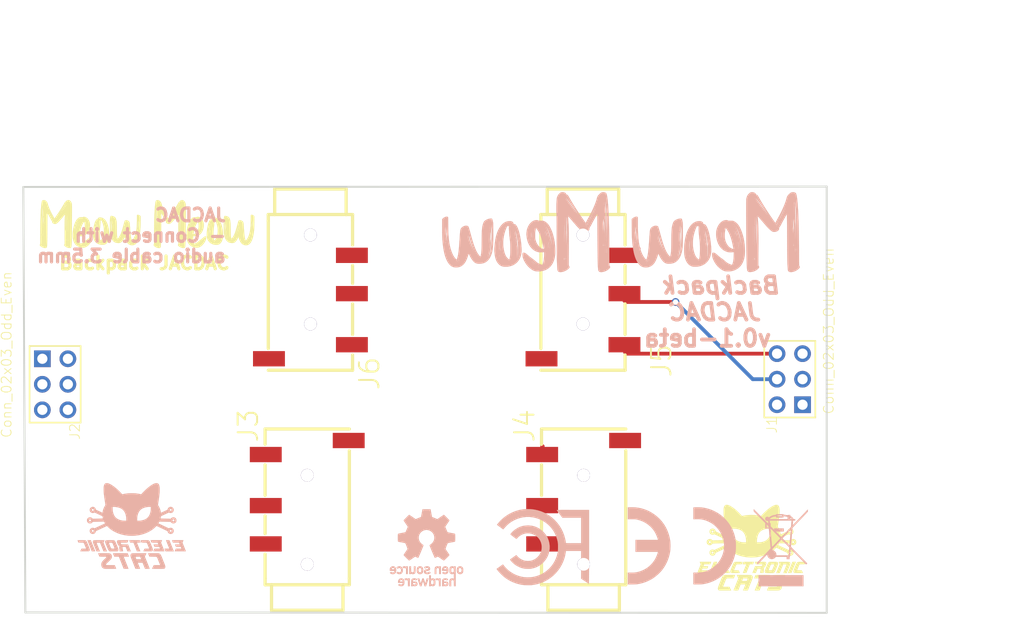
<source format=kicad_pcb>
(kicad_pcb (version 20171130) (host pcbnew "(5.0.1-3-g963ef8bb5)")
  (title_block (title JacDac_Cat) (date 2018-12-29) (rev 0.1) (company "Electronic Cats") (comment 1 "Andres Sabas"))
  (layers (0 F.Cu signal) (31 B.Cu signal) (34 B.Paste user) (35 F.Paste user) (36 B.SilkS user) (37 F.SilkS user) (38 B.Mask user) (39 F.Mask user) (44 Edge.Cuts user))
  (net 0 "")
  (net 1 GND)
  (net 2 /MOSI)
  (net 3 /MISO)
  (net 4 /SCK)
  (net 5 /JACDAC_TX)
  (net 6 /SCL)
  (net 7 VCC)
  (net 8 /I2S_SCK)
  (net 9 /I2S_D1)
  (net 10 /X2)
  (net 11 /X3)
  (net 12 /CS)
  (net 13 "Net-(J5-PadRING2)")
  (net 14 "Net-(J3-PadRING2)")
  (net 15 "Net-(J4-PadRING2)")
  (net 16 "Net-(J6-PadRING2)")
  (module LOGO (layer F.Cu) (at 87.35 38.9)
    (fp_text reference G*** hide)
    (fp_text value LOGO hide)
  )
  (module Connectors:AUDIO-JACK-TRRS-SMD (layer F.Cu) (at 121.45 38.05 270)
    (fp_text reference J5 (at 11.45 -6.15 270) (layer F.SilkS) (effects (font (size 1.524 1.524))))
    (fp_text value Audio_Jack_TRRS)
    (pad TIP smd rect (at 10.1981 -3.24866 270) (size 1.19888 2.49936) (layers F.Cu F.Paste F.Mask) (net 7 VCC))
    (pad RING2 smd rect (at 3.19786 -3.24866 90) (size 1.19888 2.49936) (layers F.Cu F.Paste F.Mask) (net 13 "Net-(J5-PadRING2)"))
    (pad RING smd rect (at 6.1976 -3.24866 270) (size 1.19888 2.49936) (layers F.Cu F.Paste F.Mask) (net 5 /JACDAC_TX))
    (pad EART smd rect (at 11.29792 3.24866 270) (size 1.19888 2.49936) (layers F.Cu F.Paste F.Mask) (net 1 GND))
    (pad 1 thru_hole circle (at 8.575 0 270) (size 1 1) (drill 1) (layers *.Cu *.Mask))
    (pad 3 thru_hole circle (at 1.6 0 270) (size 1 1) (drill 1) (layers *.Cu *.Mask))
  )
  (module LOGO (layer B.Cu) (at 124.35 39.6 180)
    (fp_text reference G*** hide)
    (fp_text value LOGO hide)
  )
  (module Pines:62000621121 (layer F.Cu) (at 137.65 50.95 90)
    (fp_text reference J1 (at -4.3 -0.95 90) (layer F.SilkS) (effects (font (size 0.77216 0.77216) (thickness 0.065024)) (justify left bottom)))
    (fp_text value Conn_02x03_Odd_Even (at -2.8 3.5 90) (layer F.SilkS) (effects (font (size 0.77216 0.77216) (thickness 0.065024)) (justify left bottom)))
    (pad 1 thru_hole rect (at -2 1 90) (size 1.308 1.308) (drill 0.8) (layers *.Cu *.Mask) (net 2 /MOSI))
    (pad 3 thru_hole circle (at 0 1 90) (size 1.308 1.308) (drill 0.8) (layers *.Cu *.Mask) (net 4 /SCK))
    (pad 5 thru_hole circle (at 2 1 90) (size 1.308 1.308) (drill 0.8) (layers *.Cu *.Mask) (net 6 /SCL))
    (pad 6 thru_hole circle (at 2 -1 90) (size 1.308 1.308) (drill 0.8) (layers *.Cu *.Mask) (net 7 VCC))
    (pad 4 thru_hole circle (at 0 -1 90) (size 1.308 1.308) (drill 0.8) (layers *.Cu *.Mask) (net 5 /JACDAC_TX))
    (pad 2 thru_hole circle (at -2 -1 90) (size 1.308 1.308) (drill 0.8) (layers *.Cu *.Mask) (net 3 /MISO))
  )
  (module Pines:62000621121 (layer F.Cu) (at 80.1 51.35 270)
    (fp_text reference J2 (at 4.4 -2 270) (layer F.SilkS) (effects (font (size 0.77216 0.77216) (thickness 0.065024)) (justify left bottom)))
    (fp_text value Conn_02x03_Odd_Even (at 4.25 3.35 90) (layer F.SilkS) (effects (font (size 0.77216 0.77216) (thickness 0.065024)) (justify left bottom)))
    (pad 2 thru_hole circle (at -2 -1 270) (size 1.308 1.308) (drill 0.8) (layers *.Cu *.Mask) (net 12 /CS))
    (pad 4 thru_hole circle (at 0 -1 270) (size 1.308 1.308) (drill 0.8) (layers *.Cu *.Mask) (net 10 /X2))
    (pad 6 thru_hole circle (at 2 -1 270) (size 1.308 1.308) (drill 0.8) (layers *.Cu *.Mask) (net 8 /I2S_SCK))
    (pad 5 thru_hole circle (at 2 1 270) (size 1.308 1.308) (drill 0.8) (layers *.Cu *.Mask) (net 9 /I2S_D1))
    (pad 3 thru_hole circle (at 0 1 270) (size 1.308 1.308) (drill 0.8) (layers *.Cu *.Mask) (net 11 /X3))
    (pad 1 thru_hole rect (at -2 1 270) (size 1.308 1.308) (drill 0.8) (layers *.Cu *.Mask) (net 1 GND))
  )
  (module Aesthetics:electronic_cats_logo_8x6 (layer F.Cu) (at 134.65 64.15)
    (fp_text reference G*** hide)
    (fp_text value LOGO hide)
  )
  (module Aesthetics:electronic_cats_logo_8x6 (layer B.Cu) (at 86.1 62.45 180)
    (fp_text reference G*** hide)
    (fp_text value LOGO hide)
  )
  (module Symbols:WEEE-Logo_4.2x6mm_SilkScreen (layer B.Cu) (at 136.95 64.15 180)
    (fp_text reference REF*** hide)
    (fp_text value WEEE-Logo_4.2x6mm_SilkScreen hide)
  )
  (module Symbols:FCC-Logo_7.3x6mm_SilkScreen (layer B.Cu) (at 118.3 64.1 180)
    (fp_text reference REF*** hide)
    (fp_text value FCC-Logo_7.3x6mm_SilkScreen hide)
  )
  (module Symbols:CE-Logo_8.5x6mm_SilkScreen (layer B.Cu) (at 129.2 64 180)
    (fp_text reference REF*** hide)
    (fp_text value CE-Logo_8.5x6mm_SilkScreen hide)
  )
  (module Symbols:OSHW-Logo_5.7x6mm_SilkScreen (layer B.Cu) (at 109.2 64.15 180)
    (fp_text reference REF*** hide)
    (fp_text value OSHW-Logo_5.7x6mm_SilkScreen hide)
  )
  (module Connectors:AUDIO-JACK-TRRS-SMD (layer F.Cu) (at 99.85 67.05 90)
    (fp_text reference J3 (at 12.45 -4.625 90) (layer F.SilkS) (effects (font (size 1.524 1.524))))
    (fp_text value Audio_Jack_TRRS)
    (pad TIP smd rect (at 10.1981 -3.24866 90) (size 1.19888 2.49936) (layers F.Cu F.Paste F.Mask) (net 7 VCC))
    (pad RING2 smd rect (at 3.19786 -3.24866 270) (size 1.19888 2.49936) (layers F.Cu F.Paste F.Mask) (net 14 "Net-(J3-PadRING2)"))
    (pad RING smd rect (at 6.1976 -3.24866 90) (size 1.19888 2.49936) (layers F.Cu F.Paste F.Mask) (net 5 /JACDAC_TX))
    (pad EART smd rect (at 11.29792 3.24866 90) (size 1.19888 2.49936) (layers F.Cu F.Paste F.Mask) (net 1 GND))
    (pad 1 thru_hole circle (at 8.575 0 90) (size 1 1) (drill 1) (layers *.Cu *.Mask))
    (pad 3 thru_hole circle (at 1.6 0 90) (size 1 1) (drill 1) (layers *.Cu *.Mask))
  )
  (module Connectors:AUDIO-JACK-TRRS-SMD (layer F.Cu) (at 121.5 67.05 90)
    (fp_text reference J4 (at 12.45 -4.625 90) (layer F.SilkS) (effects (font (size 1.524 1.524))))
    (fp_text value Audio_Jack_TRRS)
    (pad 3 thru_hole circle (at 1.6 0 90) (size 1 1) (drill 1) (layers *.Cu *.Mask))
    (pad 1 thru_hole circle (at 8.575 0 90) (size 1 1) (drill 1) (layers *.Cu *.Mask))
    (pad EART smd rect (at 11.29792 3.24866 90) (size 1.19888 2.49936) (layers F.Cu F.Paste F.Mask) (net 1 GND))
    (pad RING smd rect (at 6.1976 -3.24866 90) (size 1.19888 2.49936) (layers F.Cu F.Paste F.Mask) (net 5 /JACDAC_TX))
    (pad RING2 smd rect (at 3.19786 -3.24866 270) (size 1.19888 2.49936) (layers F.Cu F.Paste F.Mask) (net 15 "Net-(J4-PadRING2)"))
    (pad TIP smd rect (at 10.1981 -3.24866 90) (size 1.19888 2.49936) (layers F.Cu F.Paste F.Mask) (net 7 VCC))
  )
  (module Connectors:AUDIO-JACK-TRRS-SMD (layer F.Cu) (at 100.1 38.05 270)
    (fp_text reference J6 (at 12.45 -4.625 270) (layer F.SilkS) (effects (font (size 1.524 1.524))))
    (fp_text value Audio_Jack_TRRS)
    (pad TIP smd rect (at 10.1981 -3.24866 270) (size 1.19888 2.49936) (layers F.Cu F.Paste F.Mask) (net 7 VCC))
    (pad RING2 smd rect (at 3.19786 -3.24866 90) (size 1.19888 2.49936) (layers F.Cu F.Paste F.Mask) (net 16 "Net-(J6-PadRING2)"))
    (pad RING smd rect (at 6.1976 -3.24866 270) (size 1.19888 2.49936) (layers F.Cu F.Paste F.Mask) (net 5 /JACDAC_TX))
    (pad EART smd rect (at 11.29792 3.24866 270) (size 1.19888 2.49936) (layers F.Cu F.Paste F.Mask) (net 1 GND))
    (pad 1 thru_hole circle (at 8.575 0 270) (size 1 1) (drill 1) (layers *.Cu *.Mask))
    (pad 3 thru_hole circle (at 1.6 0 270) (size 1 1) (drill 1) (layers *.Cu *.Mask))
  )
  (gr_text "Backpack JACDAC" (at 87.1 41.85) (layer F.SilkS) (effects (font (size 1 1) (thickness 0.25))))
  (gr_text "JACDAC\n- Connect with \naudio cable 3.5mm" (at 93.6 39.7) (layer B.SilkS) (effects (font (size 1 1) (thickness 0.25)) (justify left mirror)))
  (gr_text v0.1-beta (at 131.2 47.75) (layer B.SilkS) (effects (font (size 1.3 1.3) (thickness 0.3)) (justify mirror)))
  (gr_text "Backpack \nJACDAC" (at 131.8 44.65) (layer B.SilkS) (effects (font (size 1.3 1.3) (thickness 0.3) italic) (justify mirror)))
  (gr_line (start 140.54 35.86) (end 140.54 69.25) (layer Edge.Cuts) (width 0.15))
  (gr_line (start 140.54 69.25) (end 77.77 69.22) (layer Edge.Cuts) (width 0.15))
  (gr_line (start 77.61 35.89) (end 140.54 35.86) (layer Edge.Cuts) (width 0.15))
  (gr_line (start 77.77 69.22) (end 77.61 35.89) (layer Edge.Cuts) (width 0.15))
  (segment (start 124.24866 44.3476) (end 124.74866 44.8476) (width 0.3) (layer F.Cu) (net 5))
  (via (at 128.7 44.9) (size 0.6) (drill 0.4) (layers F.Cu B.Cu) (net 5))
  (segment (start 134.75 50.95) (end 128.7 44.9) (width 0.3) (layer B.Cu) (net 5))
  (segment (start 136.65 50.95) (end 134.75 50.95) (width 0.3) (layer B.Cu) (net 5))
  (segment (start 124.80106 44.9) (end 124.74866 44.8476) (width 0.3) (layer F.Cu) (net 5))
  (segment (start 128.7 44.9) (end 124.80106 44.9) (width 0.3) (layer F.Cu) (net 5))
  (segment (start 124.85056 48.95) (end 124.74866 48.8481) (width 0.3) (layer F.Cu) (net 7))
  (segment (start 136.65 48.95) (end 124.85056 48.95) (width 0.3) (layer F.Cu) (net 7))
  (segment (start 118.2943 56.2019) (end 118.25134 56.2019) (width 0.3) (layer F.Cu) (net 7))
)
</source>
